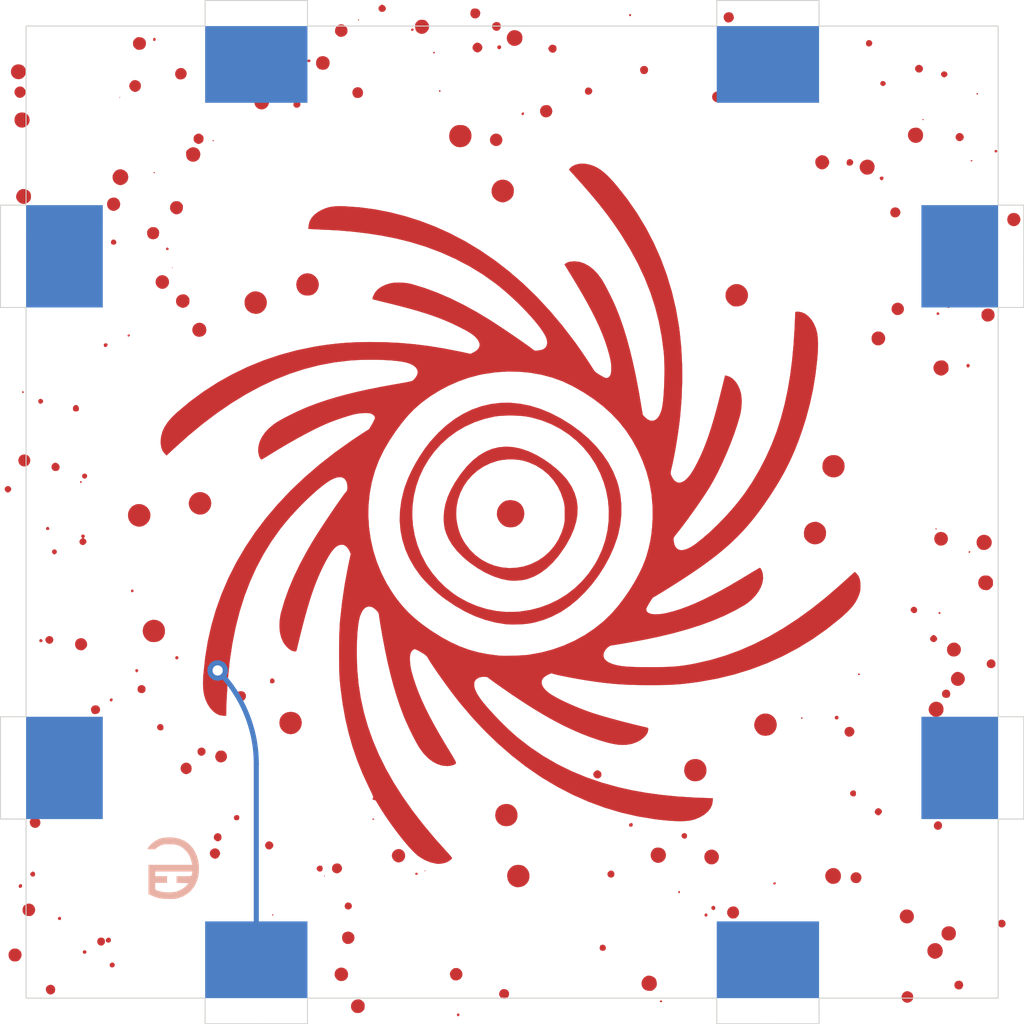
<source format=kicad_pcb>
(kicad_pcb (version 20210722) (generator pcbnew)
  (layers (0 "F.Cu" signal "Front") (31 "B.Cu" signal "Back") (34 "B.Paste" user) (35 "F.Paste" user) (36 "B.SilkS" user "B.Silkscreen") (37 "F.SilkS" user "F.Silkscreen") (38 "B.Mask" user) (39 "F.Mask" user) (44 "Edge.Cuts" user))
  (net 0 "")
  (footprint "LOGO" (layer "F.Cu") (at 42.7 43.7)
    (fp_text reference "G***" hide)
    (fp_text value "LOGO" hide)
  )
  (footprint "LOGO" (layer "F.Cu") (at 42.7 43.7)
    (fp_text reference "G***" hide)
    (fp_text value "LOGO" hide)
  )
  (footprint "" (layer "F.Cu") (at 25.2 33.7)
    (fp_text reference "")
    (fp_text value "")
  )
  (footprint "LOGO" (layer "F.Cu") (at 28.7 58.7)
    (fp_text reference "G***" hide)
    (fp_text value "LOGO" hide)
  )
  (footprint "" (layer "F.Cu") (at 60.2 53.7)
    (fp_text reference "")
    (fp_text value "")
  )
  (footprint "LOGO" (layer "F.Cu") (at 42.7 43.7)
    (fp_text reference "G***" hide)
    (fp_text value "LOGO" hide)
  )
  (footprint "" (layer "F.Cu") (at 52.7 26.2)
    (fp_text reference "")
    (fp_text value "")
  )
  (footprint "LOGO" (layer "F.Cu") (at 42.7 43.7)
    (fp_text reference "G***" hide)
    (fp_text value "LOGO" hide)
  )
  (footprint "" (layer "F.Cu") (at 32.7 26.2)
    (fp_text reference "")
    (fp_text value "")
  )
  (footprint "" (layer "F.Cu") (at 25.2 53.7)
    (fp_text reference "")
    (fp_text value "")
  )
  (footprint "LOGO" (layer "F.Cu") (at 42.7 43.7)
    (fp_text reference "G***" hide)
    (fp_text value "LOGO" hide)
  )
  (footprint "" (layer "F.Cu") (at 60.2 33.7)
    (fp_text reference "")
    (fp_text value "")
  )
  (footprint "LOGO" (layer "F.Cu") (at 42.7 43.7)
    (fp_text reference "G***" hide)
    (fp_text value "LOGO" hide)
  )
  (footprint "LOGO" (layer "F.Cu") (at 42.7 43.7)
    (fp_text reference "G***" hide)
    (fp_text value "LOGO" hide)
  )
  (footprint "" (layer "F.Cu") (at 52.7 61.2)
    (fp_text reference "")
    (fp_text value "")
  )
  (footprint "Components:JoinPad" (layer "B.Cu") (at 32.7 61.2 180)
    (fp_text reference "REF**" hide)
    (fp_text value "JoinPad" hide)
  )
  (gr_line (start 22.7 31.7) (end 23.7 31.7) (layer "Edge.Cuts") (width 0.0381))
  (gr_line (start 30.7 23.7) (end 30.7 24.7) (layer "Edge.Cuts") (width 0.0381))
  (gr_line (start 34.7 62.7) (end 50.7 62.7) (layer "Edge.Cuts") (width 0.0381))
  (gr_line (start 23.7 55.7) (end 23.7 62.7) (layer "Edge.Cuts") (width 0.0381))
  (gr_line (start 22.7 33.7) (end 22.7 31.7) (layer "Edge.Cuts") (width 0.0381))
  (gr_line (start 32.7 63.7) (end 30.7 63.7) (layer "Edge.Cuts") (width 0.0381))
  (gr_line (start 52.7 23.7) (end 50.7 23.7) (layer "Edge.Cuts") (width 0.0381))
  (gr_line (start 52.7 63.7) (end 54.7 63.7) (layer "Edge.Cuts") (width 0.0381))
  (gr_line (start 50.7 23.7) (end 50.7 24.7) (layer "Edge.Cuts") (width 0.0381))
  (gr_line (start 34.7 23.7) (end 34.7 24.7) (layer "Edge.Cuts") (width 0.0381))
  (gr_line (start 22.7 35.7) (end 23.7 35.7) (layer "Edge.Cuts") (width 0.0381))
  (gr_line (start 61.7 55.7) (end 61.7 62.7) (layer "Edge.Cuts") (width 0.0381))
  (gr_line (start 23.7 35.7) (end 23.7 51.7) (layer "Edge.Cuts") (width 0.0381))
  (gr_line (start 30.7 24.7) (end 23.7 24.7) (layer "Edge.Cuts") (width 0.0381))
  (gr_line (start 32.7 63.7) (end 34.7 63.7) (layer "Edge.Cuts") (width 0.0381))
  (gr_line (start 62.7 33.7) (end 62.7 35.7) (layer "Edge.Cuts") (width 0.0381))
  (gr_line (start 61.7 31.7) (end 61.7 24.7) (layer "Edge.Cuts") (width 0.0381))
  (gr_line (start 61.7 51.7) (end 61.7 38.7) (layer "Edge.Cuts") (width 0.0381))
  (gr_line (start 50.7 63.7) (end 50.7 62.7) (layer "Edge.Cuts") (width 0.0381))
  (gr_line (start 54.7 24.7) (end 61.7 24.7) (layer "Edge.Cuts") (width 0.0381))
  (gr_line (start 62.7 33.7) (end 62.7 31.7) (layer "Edge.Cuts") (width 0.0381))
  (gr_line (start 62.7 31.7) (end 61.7 31.7) (layer "Edge.Cuts") (width 0.0381))
  (gr_line (start 50.7 24.7) (end 46.7 24.7) (layer "Edge.Cuts") (width 0.0381))
  (gr_line (start 34.7 63.7) (end 34.7 62.7) (layer "Edge.Cuts") (width 0.0381))
  (gr_line (start 54.7 63.7) (end 54.7 62.7) (layer "Edge.Cuts") (width 0.0381))
  (gr_line (start 62.7 35.7) (end 61.7 35.7) (layer "Edge.Cuts") (width 0.0381))
  (gr_line (start 62.7 53.7) (end 62.7 55.7) (layer "Edge.Cuts") (width 0.0381))
  (gr_line (start 22.7 33.7) (end 22.7 35.7) (layer "Edge.Cuts") (width 0.0381))
  (gr_line (start 32.7 23.7) (end 34.7 23.7) (layer "Edge.Cuts") (width 0.0381))
  (gr_line (start 22.7 51.7) (end 23.7 51.7) (layer "Edge.Cuts") (width 0.0381))
  (gr_line (start 22.7 53.7) (end 22.7 51.7) (layer "Edge.Cuts") (width 0.0381))
  (gr_line (start 46.7 24.7) (end 34.7 24.7) (layer "Edge.Cuts") (width 0.0381))
  (gr_line (start 30.7 62.7) (end 23.7 62.7) (layer "Edge.Cuts") (width 0.0381))
  (gr_line (start 32.7 23.7) (end 30.7 23.7) (layer "Edge.Cuts") (width 0.0381))
  (gr_line (start 62.7 55.7) (end 61.7 55.7) (layer "Edge.Cuts") (width 0.0381))
  (gr_line (start 30.7 63.7) (end 30.7 62.7) (layer "Edge.Cuts") (width 0.0381))
  (gr_line (start 61.7 38.7) (end 61.7 35.7) (layer "Edge.Cuts") (width 0.0381))
  (gr_line (start 54.7 62.7) (end 61.7 62.7) (layer "Edge.Cuts") (width 0.0381))
  (gr_line (start 52.7 63.7) (end 50.7 63.7) (layer "Edge.Cuts") (width 0.0381))
  (gr_line (start 23.7 31.7) (end 23.7 24.7) (layer "Edge.Cuts") (width 0.0381))
  (gr_line (start 52.7 23.7) (end 54.7 23.7) (layer "Edge.Cuts") (width 0.0381))
  (gr_line (start 62.7 51.7) (end 61.7 51.7) (layer "Edge.Cuts") (width 0.0381))
  (gr_line (start 54.7 23.7) (end 54.7 24.7) (layer "Edge.Cuts") (width 0.0381))
  (gr_line (start 62.7 53.7) (end 62.7 51.7) (layer "Edge.Cuts") (width 0.0381))
  (gr_line (start 22.7 55.7) (end 23.7 55.7) (layer "Edge.Cuts") (width 0.0381))
  (gr_line (start 22.7 53.7) (end 22.7 55.7) (layer "Edge.Cuts") (width 0.0381))
  (via (at 31.189487 49.890913) (size 0.8) (drill 0.4) (layers "F.Cu" "B.Cu") (net 0))
  (segment (start 32.7 61.7) (end 32.7 53.537595) (width 0.2) (layer "B.Cu") (net 0))
  (arc (start 32.7 53.537595) (mid 32.307434 51.564033) (end 31.189487 49.890913) (width 0.2) (layer "B.Cu") (net 0))
)
</source>
